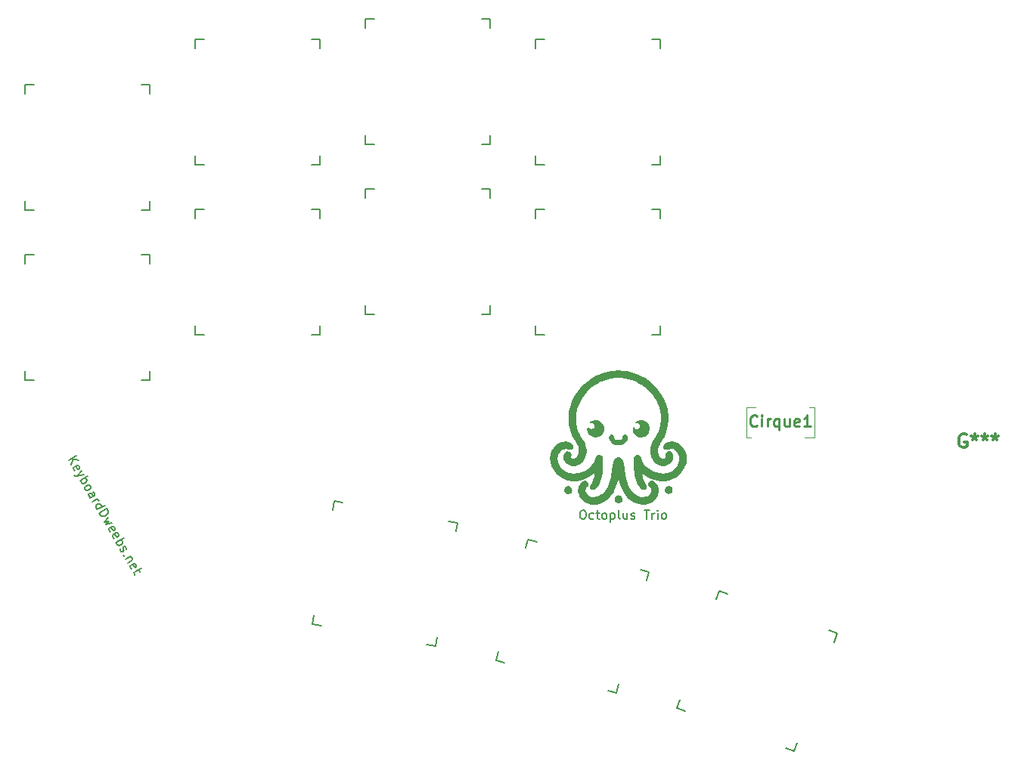
<source format=gbr>
%TF.GenerationSoftware,KiCad,Pcbnew,7.0.1*%
%TF.CreationDate,2024-01-26T17:48:26-05:00*%
%TF.ProjectId,OctoPlus Trio,4f63746f-506c-4757-9320-5472696f2e6b,rev?*%
%TF.SameCoordinates,Original*%
%TF.FileFunction,Legend,Top*%
%TF.FilePolarity,Positive*%
%FSLAX46Y46*%
G04 Gerber Fmt 4.6, Leading zero omitted, Abs format (unit mm)*
G04 Created by KiCad (PCBNEW 7.0.1) date 2024-01-26 17:48:26*
%MOMM*%
%LPD*%
G01*
G04 APERTURE LIST*
%ADD10C,0.150000*%
%ADD11C,0.254000*%
%ADD12C,0.300000*%
%ADD13C,0.100000*%
G04 APERTURE END LIST*
D10*
X107595032Y-122455006D02*
X108461058Y-121955006D01*
X107880746Y-122949877D02*
X108161332Y-122293009D01*
X108746772Y-122449877D02*
X107966186Y-122240720D01*
X108326748Y-123627136D02*
X108237889Y-123568467D01*
X108237889Y-123568467D02*
X108142651Y-123403510D01*
X108142651Y-123403510D02*
X108136271Y-123297221D01*
X108136271Y-123297221D02*
X108194941Y-123208363D01*
X108194941Y-123208363D02*
X108524855Y-123017887D01*
X108524855Y-123017887D02*
X108631143Y-123011507D01*
X108631143Y-123011507D02*
X108720001Y-123070176D01*
X108720001Y-123070176D02*
X108815240Y-123235133D01*
X108815240Y-123235133D02*
X108821619Y-123341422D01*
X108821619Y-123341422D02*
X108762950Y-123430280D01*
X108762950Y-123430280D02*
X108680472Y-123477899D01*
X108680472Y-123477899D02*
X108359898Y-123113125D01*
X109053335Y-123647527D02*
X108595032Y-124187056D01*
X109291430Y-124059920D02*
X108595032Y-124187056D01*
X108595032Y-124187056D02*
X108341217Y-124223625D01*
X108341217Y-124223625D02*
X108276168Y-124206196D01*
X108276168Y-124206196D02*
X108187309Y-124147527D01*
X108904556Y-124723168D02*
X109770582Y-124223168D01*
X109440667Y-124413644D02*
X109529525Y-124472313D01*
X109529525Y-124472313D02*
X109624764Y-124637270D01*
X109624764Y-124637270D02*
X109631143Y-124743558D01*
X109631143Y-124743558D02*
X109613714Y-124808607D01*
X109613714Y-124808607D02*
X109555044Y-124897465D01*
X109555044Y-124897465D02*
X109307609Y-125040323D01*
X109307609Y-125040323D02*
X109201320Y-125046702D01*
X109201320Y-125046702D02*
X109136272Y-125029273D01*
X109136272Y-125029273D02*
X109047413Y-124970603D01*
X109047413Y-124970603D02*
X108952175Y-124805646D01*
X108952175Y-124805646D02*
X108945795Y-124699358D01*
X109428366Y-125630432D02*
X109421986Y-125524144D01*
X109421986Y-125524144D02*
X109439416Y-125459095D01*
X109439416Y-125459095D02*
X109498085Y-125370237D01*
X109498085Y-125370237D02*
X109745521Y-125227380D01*
X109745521Y-125227380D02*
X109851809Y-125221000D01*
X109851809Y-125221000D02*
X109916858Y-125238430D01*
X109916858Y-125238430D02*
X110005716Y-125297099D01*
X110005716Y-125297099D02*
X110077145Y-125420817D01*
X110077145Y-125420817D02*
X110083524Y-125527105D01*
X110083524Y-125527105D02*
X110066095Y-125592154D01*
X110066095Y-125592154D02*
X110007425Y-125681012D01*
X110007425Y-125681012D02*
X109759990Y-125823869D01*
X109759990Y-125823869D02*
X109653701Y-125830249D01*
X109653701Y-125830249D02*
X109588653Y-125812819D01*
X109588653Y-125812819D02*
X109499794Y-125754150D01*
X109499794Y-125754150D02*
X109428366Y-125630432D01*
X110023604Y-126661415D02*
X110477236Y-126399510D01*
X110477236Y-126399510D02*
X110535905Y-126310652D01*
X110535905Y-126310652D02*
X110529526Y-126204364D01*
X110529526Y-126204364D02*
X110434287Y-126039407D01*
X110434287Y-126039407D02*
X110345429Y-125980738D01*
X110064843Y-126637606D02*
X109975985Y-126578937D01*
X109975985Y-126578937D02*
X109856937Y-126372740D01*
X109856937Y-126372740D02*
X109850557Y-126266452D01*
X109850557Y-126266452D02*
X109909227Y-126177594D01*
X109909227Y-126177594D02*
X109991705Y-126129974D01*
X109991705Y-126129974D02*
X110097993Y-126123595D01*
X110097993Y-126123595D02*
X110186852Y-126182264D01*
X110186852Y-126182264D02*
X110305899Y-126388460D01*
X110305899Y-126388460D02*
X110394758Y-126447129D01*
X110261699Y-127073808D02*
X110839049Y-126740475D01*
X110674092Y-126835713D02*
X110780380Y-126829333D01*
X110780380Y-126829333D02*
X110845429Y-126846763D01*
X110845429Y-126846763D02*
X110934287Y-126905432D01*
X110934287Y-126905432D02*
X110981907Y-126987911D01*
X110785509Y-127981073D02*
X111651534Y-127481073D01*
X110826748Y-127957264D02*
X110737890Y-127898595D01*
X110737890Y-127898595D02*
X110642652Y-127733637D01*
X110642652Y-127733637D02*
X110636272Y-127627349D01*
X110636272Y-127627349D02*
X110653702Y-127562301D01*
X110653702Y-127562301D02*
X110712371Y-127473442D01*
X110712371Y-127473442D02*
X110959807Y-127330585D01*
X110959807Y-127330585D02*
X111066095Y-127324205D01*
X111066095Y-127324205D02*
X111131144Y-127341635D01*
X111131144Y-127341635D02*
X111220002Y-127400304D01*
X111220002Y-127400304D02*
X111315240Y-127565261D01*
X111315240Y-127565261D02*
X111321620Y-127671550D01*
X111023604Y-128393466D02*
X111889630Y-127893466D01*
X111889630Y-127893466D02*
X112008677Y-128099663D01*
X112008677Y-128099663D02*
X112038866Y-128247190D01*
X112038866Y-128247190D02*
X112004007Y-128377288D01*
X112004007Y-128377288D02*
X111945338Y-128466146D01*
X111945338Y-128466146D02*
X111804190Y-128602624D01*
X111804190Y-128602624D02*
X111680472Y-128674052D01*
X111680472Y-128674052D02*
X111491705Y-128728051D01*
X111491705Y-128728051D02*
X111385417Y-128734431D01*
X111385417Y-128734431D02*
X111255320Y-128699571D01*
X111255320Y-128699571D02*
X111142652Y-128599663D01*
X111142652Y-128599663D02*
X111023604Y-128393466D01*
X112053335Y-128843680D02*
X111571223Y-129341970D01*
X111571223Y-129341970D02*
X112078854Y-129268832D01*
X112078854Y-129268832D02*
X111761699Y-129671885D01*
X111761699Y-129671885D02*
X112434288Y-129503509D01*
X112279129Y-130472861D02*
X112190271Y-130414192D01*
X112190271Y-130414192D02*
X112095033Y-130249235D01*
X112095033Y-130249235D02*
X112088653Y-130142947D01*
X112088653Y-130142947D02*
X112147322Y-130054089D01*
X112147322Y-130054089D02*
X112477236Y-129863612D01*
X112477236Y-129863612D02*
X112583525Y-129857233D01*
X112583525Y-129857233D02*
X112672383Y-129915902D01*
X112672383Y-129915902D02*
X112767621Y-130080859D01*
X112767621Y-130080859D02*
X112774001Y-130187147D01*
X112774001Y-130187147D02*
X112715332Y-130276006D01*
X112715332Y-130276006D02*
X112632853Y-130323625D01*
X112632853Y-130323625D02*
X112312279Y-129958851D01*
X112707701Y-131215169D02*
X112618842Y-131156500D01*
X112618842Y-131156500D02*
X112523604Y-130991543D01*
X112523604Y-130991543D02*
X112517224Y-130885255D01*
X112517224Y-130885255D02*
X112575894Y-130796396D01*
X112575894Y-130796396D02*
X112905808Y-130605920D01*
X112905808Y-130605920D02*
X113012096Y-130599540D01*
X113012096Y-130599540D02*
X113100954Y-130658209D01*
X113100954Y-130658209D02*
X113196193Y-130823167D01*
X113196193Y-130823167D02*
X113202572Y-130929455D01*
X113202572Y-130929455D02*
X113143903Y-131018313D01*
X113143903Y-131018313D02*
X113061425Y-131065932D01*
X113061425Y-131065932D02*
X112740851Y-130701158D01*
X112904557Y-131651372D02*
X113770582Y-131151372D01*
X113440668Y-131341848D02*
X113529526Y-131400517D01*
X113529526Y-131400517D02*
X113624764Y-131565474D01*
X113624764Y-131565474D02*
X113631144Y-131671762D01*
X113631144Y-131671762D02*
X113613714Y-131736811D01*
X113613714Y-131736811D02*
X113555045Y-131825670D01*
X113555045Y-131825670D02*
X113307609Y-131968527D01*
X113307609Y-131968527D02*
X113201321Y-131974906D01*
X113201321Y-131974906D02*
X113136272Y-131957477D01*
X113136272Y-131957477D02*
X113047414Y-131898808D01*
X113047414Y-131898808D02*
X112952176Y-131733850D01*
X112952176Y-131733850D02*
X112945796Y-131627562D01*
X113374367Y-132369870D02*
X113380747Y-132476158D01*
X113380747Y-132476158D02*
X113475985Y-132641115D01*
X113475985Y-132641115D02*
X113564844Y-132699784D01*
X113564844Y-132699784D02*
X113671132Y-132693404D01*
X113671132Y-132693404D02*
X113712371Y-132669595D01*
X113712371Y-132669595D02*
X113771040Y-132580737D01*
X113771040Y-132580737D02*
X113764660Y-132474448D01*
X113764660Y-132474448D02*
X113693232Y-132350731D01*
X113693232Y-132350731D02*
X113686852Y-132244442D01*
X113686852Y-132244442D02*
X113745521Y-132155584D01*
X113745521Y-132155584D02*
X113786760Y-132131775D01*
X113786760Y-132131775D02*
X113893049Y-132125395D01*
X113893049Y-132125395D02*
X113981907Y-132184064D01*
X113981907Y-132184064D02*
X114053336Y-132307782D01*
X114053336Y-132307782D02*
X114059715Y-132414070D01*
X113844178Y-133088368D02*
X113826748Y-133153417D01*
X113826748Y-133153417D02*
X113761700Y-133135987D01*
X113761700Y-133135987D02*
X113779129Y-133070938D01*
X113779129Y-133070938D02*
X113844178Y-133088368D01*
X113844178Y-133088368D02*
X113761700Y-133135987D01*
X114577145Y-133215046D02*
X113999795Y-133548380D01*
X114494666Y-133262665D02*
X114559715Y-133280095D01*
X114559715Y-133280095D02*
X114648573Y-133338764D01*
X114648573Y-133338764D02*
X114720002Y-133462482D01*
X114720002Y-133462482D02*
X114726382Y-133568770D01*
X114726382Y-133568770D02*
X114667713Y-133657629D01*
X114667713Y-133657629D02*
X114214080Y-133919533D01*
X114683891Y-134638031D02*
X114595033Y-134579362D01*
X114595033Y-134579362D02*
X114499795Y-134414405D01*
X114499795Y-134414405D02*
X114493415Y-134308117D01*
X114493415Y-134308117D02*
X114552084Y-134219259D01*
X114552084Y-134219259D02*
X114881998Y-134028782D01*
X114881998Y-134028782D02*
X114988287Y-134022403D01*
X114988287Y-134022403D02*
X115077145Y-134081072D01*
X115077145Y-134081072D02*
X115172383Y-134246029D01*
X115172383Y-134246029D02*
X115178763Y-134352317D01*
X115178763Y-134352317D02*
X115120094Y-134441175D01*
X115120094Y-134441175D02*
X115037615Y-134488795D01*
X115037615Y-134488795D02*
X114717041Y-134124021D01*
X115386669Y-134617183D02*
X115577145Y-134947097D01*
X115746773Y-134574234D02*
X115004465Y-135002806D01*
X115004465Y-135002806D02*
X114945796Y-135091664D01*
X114945796Y-135091664D02*
X114952176Y-135197952D01*
X114952176Y-135197952D02*
X114999795Y-135280431D01*
X165088571Y-128027619D02*
X165279047Y-128027619D01*
X165279047Y-128027619D02*
X165374285Y-128075238D01*
X165374285Y-128075238D02*
X165469523Y-128170476D01*
X165469523Y-128170476D02*
X165517142Y-128360952D01*
X165517142Y-128360952D02*
X165517142Y-128694285D01*
X165517142Y-128694285D02*
X165469523Y-128884761D01*
X165469523Y-128884761D02*
X165374285Y-128980000D01*
X165374285Y-128980000D02*
X165279047Y-129027619D01*
X165279047Y-129027619D02*
X165088571Y-129027619D01*
X165088571Y-129027619D02*
X164993333Y-128980000D01*
X164993333Y-128980000D02*
X164898095Y-128884761D01*
X164898095Y-128884761D02*
X164850476Y-128694285D01*
X164850476Y-128694285D02*
X164850476Y-128360952D01*
X164850476Y-128360952D02*
X164898095Y-128170476D01*
X164898095Y-128170476D02*
X164993333Y-128075238D01*
X164993333Y-128075238D02*
X165088571Y-128027619D01*
X166374285Y-128980000D02*
X166279047Y-129027619D01*
X166279047Y-129027619D02*
X166088571Y-129027619D01*
X166088571Y-129027619D02*
X165993333Y-128980000D01*
X165993333Y-128980000D02*
X165945714Y-128932380D01*
X165945714Y-128932380D02*
X165898095Y-128837142D01*
X165898095Y-128837142D02*
X165898095Y-128551428D01*
X165898095Y-128551428D02*
X165945714Y-128456190D01*
X165945714Y-128456190D02*
X165993333Y-128408571D01*
X165993333Y-128408571D02*
X166088571Y-128360952D01*
X166088571Y-128360952D02*
X166279047Y-128360952D01*
X166279047Y-128360952D02*
X166374285Y-128408571D01*
X166660000Y-128360952D02*
X167040952Y-128360952D01*
X166802857Y-128027619D02*
X166802857Y-128884761D01*
X166802857Y-128884761D02*
X166850476Y-128980000D01*
X166850476Y-128980000D02*
X166945714Y-129027619D01*
X166945714Y-129027619D02*
X167040952Y-129027619D01*
X167517143Y-129027619D02*
X167421905Y-128980000D01*
X167421905Y-128980000D02*
X167374286Y-128932380D01*
X167374286Y-128932380D02*
X167326667Y-128837142D01*
X167326667Y-128837142D02*
X167326667Y-128551428D01*
X167326667Y-128551428D02*
X167374286Y-128456190D01*
X167374286Y-128456190D02*
X167421905Y-128408571D01*
X167421905Y-128408571D02*
X167517143Y-128360952D01*
X167517143Y-128360952D02*
X167660000Y-128360952D01*
X167660000Y-128360952D02*
X167755238Y-128408571D01*
X167755238Y-128408571D02*
X167802857Y-128456190D01*
X167802857Y-128456190D02*
X167850476Y-128551428D01*
X167850476Y-128551428D02*
X167850476Y-128837142D01*
X167850476Y-128837142D02*
X167802857Y-128932380D01*
X167802857Y-128932380D02*
X167755238Y-128980000D01*
X167755238Y-128980000D02*
X167660000Y-129027619D01*
X167660000Y-129027619D02*
X167517143Y-129027619D01*
X168279048Y-128360952D02*
X168279048Y-129360952D01*
X168279048Y-128408571D02*
X168374286Y-128360952D01*
X168374286Y-128360952D02*
X168564762Y-128360952D01*
X168564762Y-128360952D02*
X168660000Y-128408571D01*
X168660000Y-128408571D02*
X168707619Y-128456190D01*
X168707619Y-128456190D02*
X168755238Y-128551428D01*
X168755238Y-128551428D02*
X168755238Y-128837142D01*
X168755238Y-128837142D02*
X168707619Y-128932380D01*
X168707619Y-128932380D02*
X168660000Y-128980000D01*
X168660000Y-128980000D02*
X168564762Y-129027619D01*
X168564762Y-129027619D02*
X168374286Y-129027619D01*
X168374286Y-129027619D02*
X168279048Y-128980000D01*
X169326667Y-129027619D02*
X169231429Y-128980000D01*
X169231429Y-128980000D02*
X169183810Y-128884761D01*
X169183810Y-128884761D02*
X169183810Y-128027619D01*
X170136191Y-128360952D02*
X170136191Y-129027619D01*
X169707620Y-128360952D02*
X169707620Y-128884761D01*
X169707620Y-128884761D02*
X169755239Y-128980000D01*
X169755239Y-128980000D02*
X169850477Y-129027619D01*
X169850477Y-129027619D02*
X169993334Y-129027619D01*
X169993334Y-129027619D02*
X170088572Y-128980000D01*
X170088572Y-128980000D02*
X170136191Y-128932380D01*
X170564763Y-128980000D02*
X170660001Y-129027619D01*
X170660001Y-129027619D02*
X170850477Y-129027619D01*
X170850477Y-129027619D02*
X170945715Y-128980000D01*
X170945715Y-128980000D02*
X170993334Y-128884761D01*
X170993334Y-128884761D02*
X170993334Y-128837142D01*
X170993334Y-128837142D02*
X170945715Y-128741904D01*
X170945715Y-128741904D02*
X170850477Y-128694285D01*
X170850477Y-128694285D02*
X170707620Y-128694285D01*
X170707620Y-128694285D02*
X170612382Y-128646666D01*
X170612382Y-128646666D02*
X170564763Y-128551428D01*
X170564763Y-128551428D02*
X170564763Y-128503809D01*
X170564763Y-128503809D02*
X170612382Y-128408571D01*
X170612382Y-128408571D02*
X170707620Y-128360952D01*
X170707620Y-128360952D02*
X170850477Y-128360952D01*
X170850477Y-128360952D02*
X170945715Y-128408571D01*
X172040954Y-128027619D02*
X172612382Y-128027619D01*
X172326668Y-129027619D02*
X172326668Y-128027619D01*
X172945716Y-129027619D02*
X172945716Y-128360952D01*
X172945716Y-128551428D02*
X172993335Y-128456190D01*
X172993335Y-128456190D02*
X173040954Y-128408571D01*
X173040954Y-128408571D02*
X173136192Y-128360952D01*
X173136192Y-128360952D02*
X173231430Y-128360952D01*
X173564764Y-129027619D02*
X173564764Y-128360952D01*
X173564764Y-128027619D02*
X173517145Y-128075238D01*
X173517145Y-128075238D02*
X173564764Y-128122857D01*
X173564764Y-128122857D02*
X173612383Y-128075238D01*
X173612383Y-128075238D02*
X173564764Y-128027619D01*
X173564764Y-128027619D02*
X173564764Y-128122857D01*
X174183811Y-129027619D02*
X174088573Y-128980000D01*
X174088573Y-128980000D02*
X174040954Y-128932380D01*
X174040954Y-128932380D02*
X173993335Y-128837142D01*
X173993335Y-128837142D02*
X173993335Y-128551428D01*
X173993335Y-128551428D02*
X174040954Y-128456190D01*
X174040954Y-128456190D02*
X174088573Y-128408571D01*
X174088573Y-128408571D02*
X174183811Y-128360952D01*
X174183811Y-128360952D02*
X174326668Y-128360952D01*
X174326668Y-128360952D02*
X174421906Y-128408571D01*
X174421906Y-128408571D02*
X174469525Y-128456190D01*
X174469525Y-128456190D02*
X174517144Y-128551428D01*
X174517144Y-128551428D02*
X174517144Y-128837142D01*
X174517144Y-128837142D02*
X174469525Y-128932380D01*
X174469525Y-128932380D02*
X174421906Y-128980000D01*
X174421906Y-128980000D02*
X174326668Y-129027619D01*
X174326668Y-129027619D02*
X174183811Y-129027619D01*
D11*
%TO.C,Cirque1*%
X184679524Y-118546573D02*
X184619048Y-118607050D01*
X184619048Y-118607050D02*
X184437619Y-118667526D01*
X184437619Y-118667526D02*
X184316667Y-118667526D01*
X184316667Y-118667526D02*
X184135238Y-118607050D01*
X184135238Y-118607050D02*
X184014286Y-118486097D01*
X184014286Y-118486097D02*
X183953809Y-118365145D01*
X183953809Y-118365145D02*
X183893333Y-118123240D01*
X183893333Y-118123240D02*
X183893333Y-117941811D01*
X183893333Y-117941811D02*
X183953809Y-117699907D01*
X183953809Y-117699907D02*
X184014286Y-117578954D01*
X184014286Y-117578954D02*
X184135238Y-117458002D01*
X184135238Y-117458002D02*
X184316667Y-117397526D01*
X184316667Y-117397526D02*
X184437619Y-117397526D01*
X184437619Y-117397526D02*
X184619048Y-117458002D01*
X184619048Y-117458002D02*
X184679524Y-117518478D01*
X185223809Y-118667526D02*
X185223809Y-117820859D01*
X185223809Y-117397526D02*
X185163333Y-117458002D01*
X185163333Y-117458002D02*
X185223809Y-117518478D01*
X185223809Y-117518478D02*
X185284286Y-117458002D01*
X185284286Y-117458002D02*
X185223809Y-117397526D01*
X185223809Y-117397526D02*
X185223809Y-117518478D01*
X185828571Y-118667526D02*
X185828571Y-117820859D01*
X185828571Y-118062764D02*
X185889048Y-117941811D01*
X185889048Y-117941811D02*
X185949524Y-117881335D01*
X185949524Y-117881335D02*
X186070476Y-117820859D01*
X186070476Y-117820859D02*
X186191429Y-117820859D01*
X187159047Y-117820859D02*
X187159047Y-119090859D01*
X187159047Y-118607050D02*
X187038095Y-118667526D01*
X187038095Y-118667526D02*
X186796190Y-118667526D01*
X186796190Y-118667526D02*
X186675238Y-118607050D01*
X186675238Y-118607050D02*
X186614761Y-118546573D01*
X186614761Y-118546573D02*
X186554285Y-118425621D01*
X186554285Y-118425621D02*
X186554285Y-118062764D01*
X186554285Y-118062764D02*
X186614761Y-117941811D01*
X186614761Y-117941811D02*
X186675238Y-117881335D01*
X186675238Y-117881335D02*
X186796190Y-117820859D01*
X186796190Y-117820859D02*
X187038095Y-117820859D01*
X187038095Y-117820859D02*
X187159047Y-117881335D01*
X188308095Y-117820859D02*
X188308095Y-118667526D01*
X187763809Y-117820859D02*
X187763809Y-118486097D01*
X187763809Y-118486097D02*
X187824286Y-118607050D01*
X187824286Y-118607050D02*
X187945238Y-118667526D01*
X187945238Y-118667526D02*
X188126667Y-118667526D01*
X188126667Y-118667526D02*
X188247619Y-118607050D01*
X188247619Y-118607050D02*
X188308095Y-118546573D01*
X189396667Y-118607050D02*
X189275715Y-118667526D01*
X189275715Y-118667526D02*
X189033810Y-118667526D01*
X189033810Y-118667526D02*
X188912857Y-118607050D01*
X188912857Y-118607050D02*
X188852381Y-118486097D01*
X188852381Y-118486097D02*
X188852381Y-118002288D01*
X188852381Y-118002288D02*
X188912857Y-117881335D01*
X188912857Y-117881335D02*
X189033810Y-117820859D01*
X189033810Y-117820859D02*
X189275715Y-117820859D01*
X189275715Y-117820859D02*
X189396667Y-117881335D01*
X189396667Y-117881335D02*
X189457143Y-118002288D01*
X189457143Y-118002288D02*
X189457143Y-118123240D01*
X189457143Y-118123240D02*
X188852381Y-118244192D01*
X190666667Y-118667526D02*
X189940952Y-118667526D01*
X190303809Y-118667526D02*
X190303809Y-117397526D01*
X190303809Y-117397526D02*
X190182857Y-117578954D01*
X190182857Y-117578954D02*
X190061905Y-117699907D01*
X190061905Y-117699907D02*
X189940952Y-117760383D01*
D12*
%TO.C,G\u002A\u002A\u002A*%
X208098572Y-119585357D02*
X207955715Y-119513928D01*
X207955715Y-119513928D02*
X207741429Y-119513928D01*
X207741429Y-119513928D02*
X207527143Y-119585357D01*
X207527143Y-119585357D02*
X207384286Y-119728214D01*
X207384286Y-119728214D02*
X207312857Y-119871071D01*
X207312857Y-119871071D02*
X207241429Y-120156785D01*
X207241429Y-120156785D02*
X207241429Y-120371071D01*
X207241429Y-120371071D02*
X207312857Y-120656785D01*
X207312857Y-120656785D02*
X207384286Y-120799642D01*
X207384286Y-120799642D02*
X207527143Y-120942500D01*
X207527143Y-120942500D02*
X207741429Y-121013928D01*
X207741429Y-121013928D02*
X207884286Y-121013928D01*
X207884286Y-121013928D02*
X208098572Y-120942500D01*
X208098572Y-120942500D02*
X208170000Y-120871071D01*
X208170000Y-120871071D02*
X208170000Y-120371071D01*
X208170000Y-120371071D02*
X207884286Y-120371071D01*
X209027143Y-119513928D02*
X209027143Y-119871071D01*
X208670000Y-119728214D02*
X209027143Y-119871071D01*
X209027143Y-119871071D02*
X209384286Y-119728214D01*
X208812857Y-120156785D02*
X209027143Y-119871071D01*
X209027143Y-119871071D02*
X209241429Y-120156785D01*
X210170000Y-119513928D02*
X210170000Y-119871071D01*
X209812857Y-119728214D02*
X210170000Y-119871071D01*
X210170000Y-119871071D02*
X210527143Y-119728214D01*
X209955714Y-120156785D02*
X210170000Y-119871071D01*
X210170000Y-119871071D02*
X210384286Y-120156785D01*
X211312857Y-119513928D02*
X211312857Y-119871071D01*
X210955714Y-119728214D02*
X211312857Y-119871071D01*
X211312857Y-119871071D02*
X211670000Y-119728214D01*
X211098571Y-120156785D02*
X211312857Y-119871071D01*
X211312857Y-119871071D02*
X211527143Y-120156785D01*
D10*
%TO.C,SW2*%
X121778000Y-76296000D02*
X121778000Y-75296000D01*
X121778000Y-89296000D02*
X121778000Y-88296000D01*
X121778000Y-89296000D02*
X122778000Y-89296000D01*
X122778000Y-75296000D02*
X121778000Y-75296000D01*
X134778000Y-89296000D02*
X135778000Y-89296000D01*
X135778000Y-75296000D02*
X134778000Y-75296000D01*
X135778000Y-75296000D02*
X135778000Y-76296000D01*
X135778000Y-88296000D02*
X135778000Y-89296000D01*
%TO.C,SW7*%
X140828000Y-93060000D02*
X140828000Y-92060000D01*
X140828000Y-106060000D02*
X140828000Y-105060000D01*
X140828000Y-106060000D02*
X141828000Y-106060000D01*
X141828000Y-92060000D02*
X140828000Y-92060000D01*
X153828000Y-106060000D02*
X154828000Y-106060000D01*
X154828000Y-92060000D02*
X153828000Y-92060000D01*
X154828000Y-92060000D02*
X154828000Y-93060000D01*
X154828000Y-105060000D02*
X154828000Y-106060000D01*
%TO.C,SW11*%
X180132273Y-138017703D02*
X180474293Y-137078011D01*
X175686011Y-150233707D02*
X176028031Y-149294015D01*
X175686011Y-150233707D02*
X176625703Y-150575727D01*
X181413985Y-137420031D02*
X180474293Y-137078011D01*
X187902015Y-154679969D02*
X188841707Y-155021989D01*
X193629989Y-141866293D02*
X192690297Y-141524273D01*
X193629989Y-141866293D02*
X193287969Y-142805985D01*
X189183727Y-154082297D02*
X188841707Y-155021989D01*
%TO.C,SW4*%
X159878000Y-76296000D02*
X159878000Y-75296000D01*
X159878000Y-89296000D02*
X159878000Y-88296000D01*
X159878000Y-89296000D02*
X160878000Y-89296000D01*
X160878000Y-75296000D02*
X159878000Y-75296000D01*
X172878000Y-89296000D02*
X173878000Y-89296000D01*
X173878000Y-75296000D02*
X172878000Y-75296000D01*
X173878000Y-75296000D02*
X173878000Y-76296000D01*
X173878000Y-88296000D02*
X173878000Y-89296000D01*
D13*
%TO.C,Cirque1*%
X183480000Y-116480000D02*
X183480000Y-119880000D01*
X183480000Y-119880000D02*
X184030000Y-119880000D01*
X184530000Y-116480000D02*
X183480000Y-116480000D01*
X190530000Y-116480000D02*
X191080000Y-116480000D01*
X191080000Y-116480000D02*
X191080000Y-119880000D01*
X191080000Y-119880000D02*
X190030000Y-119880000D01*
D10*
%TO.C,SW9*%
X137150235Y-128003616D02*
X137323883Y-127018808D01*
X134892808Y-140806117D02*
X135066457Y-139821309D01*
X134892808Y-140806117D02*
X135877616Y-140979765D01*
X138308691Y-127192457D02*
X137323883Y-127018808D01*
X147695309Y-143063543D02*
X148680117Y-143237192D01*
X151111192Y-129449883D02*
X150126384Y-129276235D01*
X151111192Y-129449883D02*
X150937543Y-130434691D01*
X148853765Y-142252384D02*
X148680117Y-143237192D01*
%TO.C,SW10*%
X158794533Y-132301912D02*
X159053353Y-131335986D01*
X155429886Y-144858947D02*
X155688705Y-143893022D01*
X155429886Y-144858947D02*
X156395812Y-145117767D01*
X160019278Y-131594805D02*
X159053353Y-131335986D01*
X167986922Y-148223595D02*
X168952847Y-148482414D01*
X172576314Y-134959453D02*
X171610388Y-134700633D01*
X172576314Y-134959453D02*
X172317495Y-135925378D01*
X169211667Y-147516488D02*
X168952847Y-148482414D01*
%TO.C,SW5*%
X102728000Y-100426000D02*
X102728000Y-99426000D01*
X102728000Y-113426000D02*
X102728000Y-112426000D01*
X102728000Y-113426000D02*
X103728000Y-113426000D01*
X103728000Y-99426000D02*
X102728000Y-99426000D01*
X115728000Y-113426000D02*
X116728000Y-113426000D01*
X116728000Y-99426000D02*
X115728000Y-99426000D01*
X116728000Y-99426000D02*
X116728000Y-100426000D01*
X116728000Y-112426000D02*
X116728000Y-113426000D01*
%TO.C,G\u002A\u002A\u002A*%
G36*
X163687150Y-125349417D02*
G01*
X163790830Y-125406934D01*
X163878464Y-125493549D01*
X163932685Y-125582760D01*
X163971635Y-125706023D01*
X163975354Y-125826490D01*
X163947633Y-125939251D01*
X163892260Y-126039398D01*
X163813026Y-126122020D01*
X163713719Y-126182209D01*
X163598128Y-126215054D01*
X163470045Y-126215648D01*
X163446903Y-126212118D01*
X163326601Y-126172505D01*
X163227289Y-126102348D01*
X163153076Y-126006348D01*
X163108073Y-125889205D01*
X163096874Y-125811873D01*
X163101689Y-125680266D01*
X163136365Y-125569556D01*
X163203649Y-125472498D01*
X163239058Y-125437025D01*
X163343378Y-125364801D01*
X163457070Y-125327016D01*
X163573779Y-125322333D01*
X163687150Y-125349417D01*
G37*
G36*
X174899242Y-125333293D02*
G01*
X175009359Y-125382924D01*
X175065290Y-125424205D01*
X175150710Y-125519765D01*
X175205076Y-125628870D01*
X175229103Y-125744990D01*
X175223504Y-125861598D01*
X175188996Y-125972164D01*
X175126293Y-126070160D01*
X175036111Y-126149057D01*
X174982692Y-126178496D01*
X174893808Y-126204733D01*
X174789645Y-126213544D01*
X174688270Y-126204558D01*
X174624787Y-126185851D01*
X174506546Y-126116342D01*
X174420485Y-126025090D01*
X174367423Y-125913321D01*
X174348178Y-125782261D01*
X174348121Y-125771688D01*
X174365250Y-125643308D01*
X174411975Y-125532455D01*
X174482860Y-125441762D01*
X174572467Y-125373865D01*
X174675358Y-125331398D01*
X174786096Y-125316996D01*
X174899242Y-125333293D01*
G37*
G36*
X169273894Y-126388064D02*
G01*
X169385467Y-126438400D01*
X169485219Y-126522632D01*
X169486200Y-126523717D01*
X169556080Y-126627887D01*
X169593201Y-126743663D01*
X169598037Y-126863491D01*
X169571061Y-126979818D01*
X169512747Y-127085093D01*
X169446668Y-127153969D01*
X169398114Y-127186050D01*
X169333451Y-127218765D01*
X169265347Y-127246847D01*
X169206473Y-127265027D01*
X169171338Y-127268474D01*
X169146948Y-127263701D01*
X169098698Y-127254220D01*
X169075907Y-127249736D01*
X168955405Y-127208372D01*
X168857753Y-127139939D01*
X168784938Y-127050408D01*
X168738945Y-126945748D01*
X168721759Y-126831931D01*
X168735367Y-126714927D01*
X168781753Y-126600707D01*
X168835008Y-126525352D01*
X168931057Y-126440266D01*
X169040409Y-126389012D01*
X169156781Y-126371606D01*
X169273894Y-126388064D01*
G37*
G36*
X168480163Y-119566584D02*
G01*
X168543869Y-119593841D01*
X168613561Y-119646193D01*
X168659717Y-119715506D01*
X168687164Y-119810232D01*
X168693905Y-119856432D01*
X168724720Y-119969143D01*
X168786870Y-120060071D01*
X168878325Y-120127772D01*
X168997052Y-120170802D01*
X169141020Y-120187717D01*
X169160231Y-120187923D01*
X169309530Y-120173846D01*
X169433232Y-120131206D01*
X169533048Y-120059391D01*
X169540767Y-120051632D01*
X169581976Y-120001331D01*
X169606480Y-119946543D01*
X169621669Y-119870420D01*
X169622330Y-119865655D01*
X169646038Y-119751050D01*
X169683249Y-119667451D01*
X169737399Y-119608109D01*
X169761987Y-119591209D01*
X169851983Y-119557536D01*
X169947412Y-119557523D01*
X170039256Y-119588522D01*
X170118495Y-119647887D01*
X170164123Y-119709247D01*
X170196939Y-119802692D01*
X170205967Y-119916318D01*
X170191804Y-120039770D01*
X170155043Y-120162691D01*
X170135550Y-120206544D01*
X170068239Y-120317301D01*
X169977381Y-120430342D01*
X169875022Y-120532168D01*
X169780038Y-120604985D01*
X169652873Y-120670352D01*
X169501752Y-120722827D01*
X169339543Y-120759651D01*
X169179112Y-120778062D01*
X169033326Y-120775302D01*
X169003923Y-120771491D01*
X168809262Y-120724529D01*
X168628764Y-120647693D01*
X168467596Y-120544428D01*
X168330925Y-120418179D01*
X168223916Y-120272390D01*
X168205412Y-120239074D01*
X168148286Y-120103349D01*
X168116218Y-119965905D01*
X168111555Y-119838149D01*
X168115800Y-119803720D01*
X168149733Y-119703568D01*
X168210010Y-119626409D01*
X168289757Y-119575611D01*
X168382099Y-119554546D01*
X168480163Y-119566584D01*
G37*
G36*
X166769742Y-117965731D02*
G01*
X166897359Y-117992938D01*
X166942207Y-118008507D01*
X167115531Y-118098178D01*
X167264803Y-118216914D01*
X167387051Y-118361007D01*
X167479303Y-118526748D01*
X167538588Y-118710426D01*
X167549114Y-118766045D01*
X167560852Y-118952071D01*
X167537698Y-119130297D01*
X167483001Y-119297359D01*
X167400115Y-119449894D01*
X167292391Y-119584537D01*
X167163181Y-119697925D01*
X167015837Y-119786695D01*
X166853710Y-119847482D01*
X166680153Y-119876924D01*
X166498517Y-119871656D01*
X166454154Y-119864863D01*
X166270125Y-119813811D01*
X166104898Y-119728902D01*
X165956651Y-119609108D01*
X165905430Y-119555392D01*
X165817703Y-119441317D01*
X165747834Y-119318572D01*
X165696681Y-119192596D01*
X165665103Y-119068826D01*
X165653957Y-118952701D01*
X165664101Y-118849658D01*
X165696395Y-118765137D01*
X165751695Y-118704575D01*
X165769447Y-118693691D01*
X165799895Y-118683386D01*
X165818933Y-118700191D01*
X165830306Y-118726637D01*
X165873760Y-118800527D01*
X165940073Y-118868162D01*
X166015457Y-118916748D01*
X166048334Y-118928901D01*
X166158816Y-118939686D01*
X166266447Y-118915910D01*
X166361856Y-118861254D01*
X166435671Y-118779397D01*
X166437825Y-118775960D01*
X166473506Y-118684319D01*
X166480793Y-118580827D01*
X166459751Y-118480412D01*
X166436359Y-118432283D01*
X166368410Y-118354041D01*
X166280847Y-118299185D01*
X166183600Y-118271364D01*
X166086601Y-118274228D01*
X166042830Y-118287663D01*
X165979110Y-118307020D01*
X165941573Y-118299659D01*
X165927041Y-118264654D01*
X165926615Y-118253724D01*
X165944763Y-118204458D01*
X165995303Y-118150903D01*
X166072380Y-118096785D01*
X166170140Y-118045827D01*
X166282729Y-118001754D01*
X166357856Y-117979403D01*
X166484838Y-117958209D01*
X166627184Y-117953904D01*
X166769742Y-117965731D01*
G37*
G36*
X171834818Y-117956179D02*
G01*
X171924025Y-117968290D01*
X172098575Y-118025088D01*
X172260944Y-118115763D01*
X172404216Y-118235467D01*
X172521473Y-118379356D01*
X172530337Y-118393047D01*
X172608875Y-118551854D01*
X172656031Y-118726095D01*
X172671801Y-118908031D01*
X172656182Y-119089921D01*
X172609168Y-119264023D01*
X172530879Y-119422405D01*
X172415763Y-119570334D01*
X172277222Y-119692308D01*
X172120641Y-119786041D01*
X171951402Y-119849249D01*
X171774890Y-119879646D01*
X171596488Y-119874949D01*
X171504846Y-119857899D01*
X171338189Y-119802482D01*
X171192449Y-119720428D01*
X171057086Y-119605713D01*
X171048581Y-119597171D01*
X170917492Y-119440827D01*
X170824411Y-119276115D01*
X170769442Y-119103271D01*
X170752615Y-118934036D01*
X170756695Y-118865181D01*
X170773468Y-118815699D01*
X170809734Y-118766331D01*
X170813255Y-118762295D01*
X170852557Y-118721378D01*
X170882859Y-118696610D01*
X170891146Y-118693231D01*
X170909279Y-118709439D01*
X170931678Y-118749343D01*
X170935601Y-118758335D01*
X170989371Y-118839714D01*
X171068363Y-118900167D01*
X171162156Y-118934760D01*
X171260332Y-118938564D01*
X171298812Y-118930264D01*
X171403657Y-118881584D01*
X171484277Y-118808613D01*
X171535884Y-118717269D01*
X171553692Y-118615419D01*
X171535697Y-118501471D01*
X171484138Y-118404262D01*
X171402654Y-118328576D01*
X171298757Y-118280334D01*
X171231900Y-118267260D01*
X171169323Y-118275124D01*
X171142743Y-118283135D01*
X171085318Y-118297805D01*
X171051604Y-118294024D01*
X171041728Y-118286774D01*
X171029681Y-118250983D01*
X171049873Y-118205463D01*
X171097919Y-118154111D01*
X171169432Y-118100820D01*
X171260027Y-118049488D01*
X171356250Y-118007419D01*
X171456148Y-117979894D01*
X171579235Y-117961488D01*
X171710472Y-117953238D01*
X171834818Y-117956179D01*
G37*
G36*
X175273097Y-120357971D02*
G01*
X175489051Y-120397467D01*
X175662632Y-120451909D01*
X175800490Y-120516896D01*
X175948058Y-120609823D01*
X176097190Y-120723870D01*
X176239735Y-120852222D01*
X176367545Y-120988059D01*
X176472470Y-121124565D01*
X176479782Y-121135538D01*
X176613972Y-121374453D01*
X176713700Y-121629127D01*
X176778637Y-121896297D01*
X176808456Y-122172699D01*
X176802828Y-122455072D01*
X176761426Y-122740151D01*
X176683921Y-123024675D01*
X176672882Y-123056635D01*
X176560718Y-123319793D01*
X176413842Y-123570844D01*
X176230868Y-123811912D01*
X176058238Y-123998334D01*
X175836265Y-124197093D01*
X175596765Y-124366906D01*
X175335892Y-124509850D01*
X175049800Y-124628004D01*
X174734642Y-124723444D01*
X174699384Y-124732312D01*
X174629075Y-124748606D01*
X174563901Y-124760598D01*
X174495772Y-124768940D01*
X174416599Y-124774284D01*
X174318289Y-124777284D01*
X174192754Y-124778592D01*
X174123000Y-124778806D01*
X173978854Y-124778442D01*
X173864797Y-124776361D01*
X173771853Y-124771891D01*
X173691046Y-124764363D01*
X173613403Y-124753107D01*
X173529949Y-124737453D01*
X173507538Y-124732860D01*
X173158657Y-124642752D01*
X172821646Y-124520495D01*
X172501612Y-124368476D01*
X172203659Y-124189085D01*
X171964000Y-124010655D01*
X171899961Y-123959228D01*
X171854235Y-123927926D01*
X171825526Y-123919522D01*
X171812537Y-123936791D01*
X171813972Y-123982508D01*
X171828535Y-124059447D01*
X171854929Y-124170382D01*
X171866900Y-124218467D01*
X171920303Y-124408860D01*
X171985192Y-124602736D01*
X172057563Y-124789820D01*
X172133410Y-124959837D01*
X172208726Y-125102513D01*
X172216895Y-125116244D01*
X172279896Y-125225893D01*
X172321097Y-125312234D01*
X172342799Y-125382720D01*
X172347301Y-125444804D01*
X172337025Y-125505490D01*
X172290751Y-125609419D01*
X172218355Y-125689259D01*
X172126583Y-125742053D01*
X172022184Y-125764843D01*
X171911904Y-125754673D01*
X171834004Y-125725954D01*
X171744893Y-125667509D01*
X171647594Y-125578803D01*
X171547523Y-125466207D01*
X171450093Y-125336093D01*
X171360719Y-125194832D01*
X171320681Y-125121888D01*
X171225013Y-124914640D01*
X171136385Y-124676365D01*
X171057150Y-124414833D01*
X170989660Y-124137812D01*
X170936267Y-123853070D01*
X170935999Y-123851384D01*
X170927294Y-123778201D01*
X170919292Y-123675799D01*
X170912080Y-123549496D01*
X170905742Y-123404613D01*
X170900365Y-123246469D01*
X170896033Y-123080384D01*
X170892833Y-122911677D01*
X170890849Y-122745668D01*
X170890168Y-122587676D01*
X170890875Y-122443022D01*
X170893056Y-122317024D01*
X170896796Y-122215002D01*
X170902180Y-122142277D01*
X170907966Y-122107952D01*
X170951850Y-122017726D01*
X171022338Y-121933687D01*
X171107597Y-121869066D01*
X171133448Y-121855823D01*
X171247398Y-121823188D01*
X171358939Y-121827034D01*
X171464229Y-121864790D01*
X171559427Y-121933888D01*
X171640690Y-122031756D01*
X171704176Y-122155825D01*
X171736560Y-122259264D01*
X171801587Y-122469279D01*
X171893467Y-122666986D01*
X172015311Y-122857426D01*
X172170228Y-123045637D01*
X172310079Y-123188448D01*
X172554058Y-123395703D01*
X172820114Y-123571764D01*
X173104748Y-123714900D01*
X173404456Y-123823381D01*
X173715738Y-123895473D01*
X173751769Y-123901299D01*
X173897873Y-123917638D01*
X174059636Y-123925257D01*
X174225844Y-123924438D01*
X174385279Y-123915468D01*
X174526726Y-123898631D01*
X174621231Y-123879206D01*
X174866505Y-123795649D01*
X175099599Y-123679706D01*
X175313072Y-123535610D01*
X175473309Y-123394386D01*
X175641254Y-123202033D01*
X175775570Y-122995828D01*
X175875277Y-122778748D01*
X175939395Y-122553769D01*
X175966944Y-122323870D01*
X175956945Y-122092027D01*
X175938516Y-121980908D01*
X175884180Y-121800440D01*
X175801102Y-121635420D01*
X175693370Y-121489753D01*
X175565069Y-121367345D01*
X175420288Y-121272102D01*
X175263112Y-121207930D01*
X175099328Y-121178842D01*
X175026009Y-121176189D01*
X174963245Y-121180406D01*
X174897416Y-121193750D01*
X174814902Y-121218478D01*
X174770284Y-121233383D01*
X174642923Y-121271140D01*
X174541044Y-121287476D01*
X174457352Y-121282243D01*
X174384550Y-121255297D01*
X174337867Y-121224744D01*
X174255597Y-121140321D01*
X174207247Y-121042030D01*
X174192687Y-120935173D01*
X174211787Y-120825053D01*
X174264416Y-120716972D01*
X174350445Y-120616234D01*
X174352872Y-120613993D01*
X174500724Y-120504169D01*
X174671148Y-120423100D01*
X174859669Y-120371342D01*
X175061811Y-120349448D01*
X175273097Y-120357971D01*
G37*
G36*
X163367651Y-120352643D02*
G01*
X163562669Y-120393220D01*
X163747485Y-120467958D01*
X163806692Y-120501007D01*
X163930870Y-120585471D01*
X164021514Y-120670770D01*
X164083932Y-120762025D01*
X164090212Y-120774514D01*
X164122769Y-120882282D01*
X164120747Y-120989998D01*
X164087818Y-121090774D01*
X164027650Y-121177721D01*
X163943915Y-121243948D01*
X163840282Y-121282566D01*
X163817541Y-121286364D01*
X163762870Y-121287646D01*
X163695092Y-121276614D01*
X163605312Y-121251503D01*
X163549717Y-121233227D01*
X163457783Y-121203297D01*
X163388813Y-121185409D01*
X163329351Y-121177447D01*
X163265937Y-121177296D01*
X163214382Y-121180523D01*
X163050417Y-121211924D01*
X162894512Y-121278375D01*
X162750655Y-121376059D01*
X162622837Y-121501162D01*
X162515046Y-121649868D01*
X162431271Y-121818363D01*
X162381184Y-121977415D01*
X162355962Y-122149269D01*
X162354426Y-122338884D01*
X162375455Y-122533828D01*
X162417926Y-122721670D01*
X162459033Y-122840359D01*
X162559167Y-123038643D01*
X162692597Y-123228180D01*
X162853679Y-123403485D01*
X163036768Y-123559074D01*
X163236221Y-123689463D01*
X163428150Y-123781982D01*
X163633139Y-123853248D01*
X163834938Y-123899201D01*
X164045836Y-123921862D01*
X164278124Y-123923252D01*
X164285384Y-123922992D01*
X164400891Y-123916905D01*
X164515728Y-123907657D01*
X164617819Y-123896422D01*
X164695091Y-123884372D01*
X164705461Y-123882200D01*
X164956013Y-123813983D01*
X165202025Y-123723021D01*
X165433473Y-123613709D01*
X165640333Y-123490439D01*
X165707447Y-123443051D01*
X165951003Y-123243869D01*
X166156813Y-123035365D01*
X166325176Y-122817143D01*
X166456390Y-122588808D01*
X166550753Y-122349964D01*
X166563276Y-122307846D01*
X166589972Y-122219165D01*
X166617433Y-122137019D01*
X166641350Y-122073961D01*
X166650463Y-122053846D01*
X166721071Y-121953097D01*
X166813826Y-121878681D01*
X166921466Y-121833441D01*
X167036728Y-121820215D01*
X167152349Y-121841846D01*
X167172553Y-121849625D01*
X167259967Y-121898543D01*
X167329019Y-121968222D01*
X167385710Y-122061130D01*
X167434167Y-122156337D01*
X167426225Y-122930591D01*
X167423762Y-123144428D01*
X167420760Y-123324836D01*
X167416655Y-123477463D01*
X167410878Y-123607957D01*
X167402864Y-123721965D01*
X167392044Y-123825137D01*
X167377853Y-123923119D01*
X167359724Y-124021560D01*
X167337088Y-124126108D01*
X167309381Y-124242410D01*
X167284536Y-124342320D01*
X167215944Y-124582451D01*
X167134606Y-124810564D01*
X167042700Y-125022897D01*
X166942409Y-125215690D01*
X166835913Y-125385184D01*
X166725393Y-125527616D01*
X166613028Y-125639228D01*
X166501000Y-125716258D01*
X166482468Y-125725492D01*
X166376434Y-125759351D01*
X166270656Y-125764617D01*
X166176029Y-125741413D01*
X166140008Y-125721727D01*
X166051996Y-125639976D01*
X165993686Y-125536414D01*
X165974027Y-125460551D01*
X165969472Y-125411126D01*
X165974769Y-125366718D01*
X165993140Y-125314977D01*
X166027808Y-125243549D01*
X166033560Y-125232406D01*
X166112062Y-125079821D01*
X166174881Y-124954807D01*
X166225049Y-124850633D01*
X166265599Y-124760567D01*
X166299564Y-124677878D01*
X166329978Y-124595833D01*
X166359320Y-124509381D01*
X166395504Y-124394543D01*
X166430103Y-124276327D01*
X166461109Y-124162488D01*
X166486511Y-124060785D01*
X166504299Y-123978973D01*
X166512464Y-123924810D01*
X166512769Y-123917193D01*
X166501645Y-123908454D01*
X166467196Y-123927162D01*
X166419961Y-123963928D01*
X166159313Y-124158191D01*
X165869637Y-124333602D01*
X165557733Y-124486909D01*
X165230402Y-124614859D01*
X164894443Y-124714200D01*
X164808650Y-124734465D01*
X164735527Y-124749906D01*
X164668273Y-124761354D01*
X164599086Y-124769358D01*
X164520164Y-124774464D01*
X164423703Y-124777221D01*
X164301902Y-124778175D01*
X164187692Y-124778032D01*
X164047119Y-124777319D01*
X163937904Y-124775775D01*
X163852332Y-124772669D01*
X163782685Y-124767270D01*
X163721246Y-124758846D01*
X163660296Y-124746667D01*
X163592120Y-124730002D01*
X163541979Y-124716869D01*
X163219025Y-124612811D01*
X162918746Y-124478156D01*
X162642450Y-124314033D01*
X162391446Y-124121573D01*
X162167040Y-123901907D01*
X161970542Y-123656166D01*
X161803258Y-123385480D01*
X161669324Y-123098097D01*
X161611960Y-122941261D01*
X161570486Y-122794056D01*
X161542247Y-122643365D01*
X161524589Y-122476069D01*
X161517303Y-122346923D01*
X161517464Y-122117218D01*
X161539838Y-121905965D01*
X161586811Y-121702646D01*
X161660773Y-121496746D01*
X161756834Y-121291846D01*
X161879095Y-121088475D01*
X162024068Y-120906566D01*
X162188099Y-120747529D01*
X162367528Y-120612775D01*
X162558699Y-120503716D01*
X162757954Y-120421762D01*
X162961636Y-120368324D01*
X163166088Y-120344814D01*
X163367651Y-120352643D01*
G37*
G36*
X169332448Y-122135323D02*
G01*
X169452856Y-122196109D01*
X169559719Y-122284714D01*
X169647339Y-122397439D01*
X169707548Y-122523452D01*
X169728962Y-122597943D01*
X169753377Y-122707073D01*
X169780063Y-122846583D01*
X169808294Y-123012214D01*
X169837339Y-123199707D01*
X169866470Y-123404802D01*
X169892945Y-123607154D01*
X169931133Y-123893449D01*
X169969980Y-124146475D01*
X170010819Y-124372036D01*
X170054986Y-124575935D01*
X170103817Y-124763973D01*
X170158646Y-124941955D01*
X170220808Y-125115682D01*
X170266545Y-125230936D01*
X170391283Y-125495775D01*
X170536293Y-125735225D01*
X170699429Y-125947642D01*
X170878542Y-126131383D01*
X171071487Y-126284805D01*
X171276116Y-126406265D01*
X171490282Y-126494120D01*
X171711838Y-126546726D01*
X171938638Y-126562439D01*
X172003077Y-126559987D01*
X172155525Y-126543611D01*
X172283491Y-126512709D01*
X172400129Y-126463273D01*
X172486483Y-126412658D01*
X172621122Y-126305003D01*
X172726367Y-126177026D01*
X172799526Y-126033391D01*
X172837908Y-125878759D01*
X172843231Y-125794515D01*
X172831745Y-125672658D01*
X172794386Y-125567515D01*
X172726800Y-125470166D01*
X172645671Y-125389814D01*
X172587541Y-125333534D01*
X172540210Y-125278393D01*
X172513021Y-125235406D01*
X172511648Y-125231856D01*
X172490786Y-125117393D01*
X172506892Y-125007429D01*
X172557870Y-124907476D01*
X172641627Y-124823051D01*
X172675855Y-124799691D01*
X172791253Y-124750589D01*
X172917508Y-124737017D01*
X173049080Y-124759033D01*
X173139540Y-124794744D01*
X173237363Y-124857122D01*
X173338979Y-124946636D01*
X173435080Y-125053607D01*
X173516359Y-125168356D01*
X173542210Y-125213465D01*
X173620715Y-125401172D01*
X173667843Y-125605534D01*
X173683568Y-125819873D01*
X173667861Y-126037514D01*
X173620694Y-126251781D01*
X173547381Y-126444716D01*
X173430021Y-126650405D01*
X173280377Y-126838492D01*
X173102440Y-127005904D01*
X172900201Y-127149569D01*
X172677650Y-127266416D01*
X172438779Y-127353371D01*
X172331006Y-127381040D01*
X172200518Y-127401632D01*
X172045090Y-127412331D01*
X171877550Y-127413280D01*
X171710724Y-127404618D01*
X171557440Y-127386486D01*
X171479770Y-127371682D01*
X171179576Y-127284244D01*
X170895699Y-127161815D01*
X170629022Y-127005301D01*
X170380425Y-126815606D01*
X170150788Y-126593639D01*
X169940991Y-126340305D01*
X169751917Y-126056511D01*
X169584444Y-125743162D01*
X169439455Y-125401166D01*
X169369079Y-125199538D01*
X169329339Y-125071670D01*
X169290465Y-124936989D01*
X169254208Y-124802548D01*
X169222319Y-124675396D01*
X169196548Y-124562585D01*
X169178645Y-124471165D01*
X169170362Y-124408187D01*
X169170000Y-124397737D01*
X169168129Y-124364623D01*
X169162264Y-124364651D01*
X169152026Y-124399155D01*
X169137037Y-124469465D01*
X169116918Y-124576913D01*
X169113262Y-124597282D01*
X169068766Y-124806731D01*
X169008592Y-125031074D01*
X168936184Y-125260429D01*
X168854992Y-125484914D01*
X168768461Y-125694648D01*
X168680039Y-125879749D01*
X168640625Y-125952244D01*
X168457954Y-126239983D01*
X168254524Y-126499877D01*
X168032393Y-126730462D01*
X167793618Y-126930277D01*
X167540257Y-127097857D01*
X167274367Y-127231739D01*
X166998007Y-127330461D01*
X166713233Y-127392560D01*
X166594588Y-127407088D01*
X166505890Y-127415008D01*
X166429973Y-127420881D01*
X166376335Y-127424024D01*
X166356461Y-127424182D01*
X166324329Y-127421211D01*
X166264423Y-127415671D01*
X166187881Y-127408591D01*
X166161077Y-127406112D01*
X165919192Y-127364752D01*
X165686473Y-127288045D01*
X165466957Y-127179026D01*
X165264679Y-127040728D01*
X165083677Y-126876185D01*
X164927989Y-126688433D01*
X164801650Y-126480505D01*
X164737120Y-126335813D01*
X164676393Y-126145013D01*
X164645203Y-125957781D01*
X164641046Y-125758072D01*
X164642422Y-125729233D01*
X164664174Y-125542907D01*
X164710345Y-125375964D01*
X164785372Y-125214206D01*
X164823630Y-125149106D01*
X164932272Y-124997830D01*
X165049187Y-124880278D01*
X165172373Y-124797654D01*
X165299828Y-124751162D01*
X165429549Y-124742008D01*
X165486897Y-124750132D01*
X165607933Y-124791790D01*
X165704542Y-124859172D01*
X165773062Y-124948122D01*
X165809831Y-125054483D01*
X165815162Y-125122771D01*
X165802936Y-125216337D01*
X165765437Y-125296756D01*
X165697421Y-125373648D01*
X165661399Y-125404832D01*
X165568238Y-125504457D01*
X165507470Y-125620777D01*
X165478863Y-125748980D01*
X165482182Y-125884253D01*
X165517196Y-126021784D01*
X165583670Y-126156763D01*
X165681372Y-126284376D01*
X165705201Y-126309155D01*
X165840674Y-126417533D01*
X165999919Y-126496669D01*
X166179688Y-126545549D01*
X166376728Y-126563154D01*
X166502315Y-126558248D01*
X166631486Y-126544486D01*
X166737343Y-126525098D01*
X166835627Y-126495815D01*
X166942079Y-126452370D01*
X167011000Y-126420324D01*
X167238317Y-126290033D01*
X167446692Y-126125584D01*
X167636109Y-125927003D01*
X167806556Y-125694319D01*
X167958016Y-125427559D01*
X168090477Y-125126750D01*
X168203924Y-124791922D01*
X168298342Y-124423100D01*
X168373717Y-124020314D01*
X168417845Y-123695077D01*
X168449586Y-123437922D01*
X168482654Y-123202524D01*
X168516520Y-122991702D01*
X168550653Y-122808276D01*
X168584524Y-122655065D01*
X168617602Y-122534888D01*
X168649358Y-122450564D01*
X168653253Y-122442597D01*
X168738002Y-122309375D01*
X168840969Y-122210043D01*
X168964429Y-122142811D01*
X169073784Y-122112005D01*
X169204191Y-122106056D01*
X169332448Y-122135323D01*
G37*
G36*
X169236692Y-112389855D02*
G01*
X169269339Y-112391803D01*
X169326330Y-112396402D01*
X169409089Y-112402067D01*
X169504354Y-112407920D01*
X169560769Y-112411091D01*
X169836979Y-112436110D01*
X170133343Y-112481318D01*
X170438040Y-112544440D01*
X170739251Y-112623202D01*
X170870605Y-112663172D01*
X170972388Y-112698242D01*
X171098921Y-112745820D01*
X171239687Y-112801586D01*
X171384166Y-112861222D01*
X171521838Y-112920412D01*
X171642186Y-112974836D01*
X171712172Y-113008631D01*
X172122892Y-113236287D01*
X172508923Y-113493325D01*
X172869069Y-113778381D01*
X173202133Y-114090092D01*
X173506916Y-114427095D01*
X173782222Y-114788026D01*
X174026852Y-115171523D01*
X174239609Y-115576223D01*
X174419297Y-116000761D01*
X174473569Y-116152080D01*
X174569389Y-116453781D01*
X174642438Y-116736817D01*
X174694682Y-117012772D01*
X174728086Y-117293232D01*
X174744616Y-117589782D01*
X174747230Y-117765154D01*
X174740695Y-118067176D01*
X174718268Y-118347932D01*
X174678031Y-118619315D01*
X174618067Y-118893218D01*
X174536459Y-119181534D01*
X174501013Y-119292361D01*
X174412304Y-119535905D01*
X174306249Y-119776462D01*
X174178806Y-120022246D01*
X174025936Y-120281471D01*
X173973453Y-120364745D01*
X173878115Y-120516075D01*
X173802498Y-120641556D01*
X173743584Y-120747119D01*
X173698356Y-120838695D01*
X173663796Y-120922216D01*
X173636889Y-121003613D01*
X173623438Y-121052821D01*
X173597700Y-121195226D01*
X173586661Y-121353136D01*
X173590827Y-121508730D01*
X173607125Y-121627923D01*
X173639984Y-121740347D01*
X173690822Y-121860206D01*
X173752678Y-121973682D01*
X173818593Y-122066961D01*
X173840731Y-122091660D01*
X173940103Y-122173078D01*
X174050292Y-122227756D01*
X174163723Y-122253999D01*
X174272823Y-122250110D01*
X174370018Y-122214393D01*
X174375095Y-122211331D01*
X174432679Y-122163129D01*
X174457100Y-122106178D01*
X174450282Y-122033265D01*
X174435014Y-121986607D01*
X174409568Y-121868817D01*
X174419572Y-121751605D01*
X174462229Y-121642764D01*
X174534742Y-121550085D01*
X174612274Y-121492868D01*
X174732170Y-121444618D01*
X174850230Y-121432779D01*
X174962801Y-121454726D01*
X175066234Y-121507835D01*
X175156878Y-121589480D01*
X175231082Y-121697038D01*
X175285194Y-121827883D01*
X175315565Y-121979393D01*
X175317526Y-121999846D01*
X175314185Y-122185256D01*
X175272693Y-122363834D01*
X175193611Y-122534090D01*
X175077499Y-122694532D01*
X175041548Y-122734208D01*
X174880258Y-122877820D01*
X174701946Y-122986615D01*
X174508702Y-123059857D01*
X174302620Y-123096810D01*
X174085791Y-123096739D01*
X174027818Y-123090553D01*
X173811194Y-123043632D01*
X173608090Y-122961107D01*
X173420154Y-122844603D01*
X173249031Y-122695745D01*
X173096368Y-122516159D01*
X172963812Y-122307470D01*
X172853008Y-122071302D01*
X172779589Y-121858461D01*
X172757110Y-121755211D01*
X172740751Y-121625464D01*
X172731070Y-121481404D01*
X172728623Y-121335212D01*
X172733970Y-121199071D01*
X172744933Y-121101132D01*
X172803232Y-120848925D01*
X172898176Y-120588744D01*
X173028748Y-120323028D01*
X173160476Y-120104580D01*
X173348336Y-119798727D01*
X173504465Y-119503472D01*
X173631844Y-119211469D01*
X173733456Y-118915372D01*
X173812282Y-118607836D01*
X173852401Y-118400154D01*
X173867820Y-118283334D01*
X173880024Y-118138128D01*
X173888739Y-117975115D01*
X173893694Y-117804874D01*
X173894616Y-117637986D01*
X173891232Y-117485029D01*
X173883269Y-117356584D01*
X173880077Y-117325538D01*
X173814030Y-116920657D01*
X173711007Y-116525298D01*
X173572440Y-116141772D01*
X173399759Y-115772390D01*
X173194394Y-115419466D01*
X172957777Y-115085311D01*
X172691338Y-114772236D01*
X172396508Y-114482554D01*
X172074718Y-114218577D01*
X171866308Y-114071500D01*
X171493920Y-113844998D01*
X171109234Y-113652102D01*
X170715108Y-113493716D01*
X170314397Y-113370743D01*
X169909958Y-113284089D01*
X169504646Y-113234656D01*
X169183653Y-113222516D01*
X168776173Y-113241609D01*
X168366621Y-113297706D01*
X167959416Y-113389278D01*
X167558979Y-113514796D01*
X167169727Y-113672730D01*
X166796080Y-113861552D01*
X166442457Y-114079730D01*
X166202634Y-114254212D01*
X165894649Y-114517614D01*
X165609138Y-114809083D01*
X165348619Y-115124802D01*
X165115614Y-115460954D01*
X164912642Y-115813721D01*
X164742224Y-116179288D01*
X164606880Y-116553837D01*
X164549328Y-116758234D01*
X164510327Y-116920113D01*
X164480838Y-117064286D01*
X164459638Y-117201237D01*
X164445506Y-117341447D01*
X164437221Y-117495399D01*
X164433560Y-117673573D01*
X164433113Y-117755384D01*
X164434636Y-117954254D01*
X164441028Y-118124825D01*
X164453558Y-118277709D01*
X164473495Y-118423516D01*
X164502106Y-118572860D01*
X164540660Y-118736350D01*
X164558730Y-118806485D01*
X164632372Y-119055786D01*
X164720821Y-119294567D01*
X164827960Y-119531343D01*
X164957671Y-119774631D01*
X165113837Y-120032946D01*
X165127830Y-120054892D01*
X165247886Y-120249974D01*
X165344577Y-120424517D01*
X165421726Y-120586049D01*
X165483157Y-120742096D01*
X165496091Y-120779882D01*
X165562789Y-121041148D01*
X165592165Y-121308009D01*
X165584692Y-121576142D01*
X165540846Y-121841225D01*
X165461100Y-122098935D01*
X165345930Y-122344947D01*
X165319172Y-122391548D01*
X165264505Y-122472285D01*
X165190372Y-122565980D01*
X165106943Y-122660124D01*
X165068224Y-122700158D01*
X164979741Y-122785191D01*
X164903750Y-122848541D01*
X164828372Y-122899074D01*
X164741733Y-122945655D01*
X164734769Y-122949080D01*
X164521650Y-123036507D01*
X164313894Y-123086614D01*
X164107509Y-123100025D01*
X163904384Y-123078472D01*
X163754635Y-123038376D01*
X163603142Y-122976330D01*
X163462793Y-122898657D01*
X163346477Y-122811678D01*
X163330620Y-122796997D01*
X163234013Y-122690265D01*
X163145408Y-122566433D01*
X163074213Y-122439686D01*
X163040988Y-122360343D01*
X163016755Y-122256839D01*
X163005285Y-122131995D01*
X163006483Y-122000626D01*
X163020256Y-121877544D01*
X163044661Y-121782429D01*
X163087530Y-121694722D01*
X163147595Y-121607399D01*
X163215373Y-121532355D01*
X163281379Y-121481489D01*
X163286951Y-121478481D01*
X163398363Y-121441550D01*
X163515513Y-121438411D01*
X163630528Y-121466226D01*
X163735535Y-121522156D01*
X163822660Y-121603363D01*
X163877302Y-121691294D01*
X163907790Y-121786707D01*
X163908477Y-121881550D01*
X163879391Y-121988580D01*
X163877989Y-121992298D01*
X163857483Y-122053139D01*
X163852977Y-122093563D01*
X163863398Y-122128306D01*
X163867497Y-122136477D01*
X163918022Y-122193328D01*
X163994614Y-122230848D01*
X164088816Y-122248011D01*
X164192167Y-122243787D01*
X164296212Y-122217151D01*
X164346653Y-122194689D01*
X164464869Y-122111530D01*
X164563445Y-121996854D01*
X164640825Y-121853781D01*
X164695454Y-121685436D01*
X164725777Y-121494939D01*
X164730322Y-121424510D01*
X164731269Y-121289100D01*
X164720900Y-121162957D01*
X164697146Y-121040222D01*
X164657939Y-120915034D01*
X164601208Y-120781534D01*
X164524884Y-120633862D01*
X164426899Y-120466159D01*
X164346138Y-120336584D01*
X164179649Y-120062714D01*
X164039450Y-119804401D01*
X163922122Y-119552711D01*
X163824248Y-119298709D01*
X163742411Y-119033461D01*
X163673193Y-118748032D01*
X163613177Y-118433487D01*
X163609195Y-118409923D01*
X163595303Y-118298068D01*
X163585125Y-118156211D01*
X163578665Y-117993253D01*
X163575928Y-117818091D01*
X163576919Y-117639627D01*
X163581640Y-117466758D01*
X163590097Y-117308383D01*
X163602294Y-117173403D01*
X163608573Y-117125559D01*
X163690419Y-116698310D01*
X163808032Y-116275634D01*
X163959399Y-115861648D01*
X164142510Y-115460469D01*
X164355354Y-115076214D01*
X164595920Y-114712999D01*
X164862196Y-114374943D01*
X165056183Y-114162299D01*
X165361928Y-113866470D01*
X165674562Y-113604193D01*
X166001682Y-113369949D01*
X166350882Y-113158218D01*
X166659308Y-112997391D01*
X167000426Y-112840935D01*
X167327761Y-112712444D01*
X167651176Y-112608772D01*
X167980532Y-112526776D01*
X168325694Y-112463309D01*
X168342141Y-112460780D01*
X168468676Y-112443445D01*
X168609086Y-112427510D01*
X168755297Y-112413576D01*
X168899236Y-112402243D01*
X169032830Y-112394111D01*
X169148007Y-112389782D01*
X169236692Y-112389855D01*
G37*
%TO.C,SW8*%
X159878000Y-95346000D02*
X159878000Y-94346000D01*
X159878000Y-108346000D02*
X159878000Y-107346000D01*
X159878000Y-108346000D02*
X160878000Y-108346000D01*
X160878000Y-94346000D02*
X159878000Y-94346000D01*
X172878000Y-108346000D02*
X173878000Y-108346000D01*
X173878000Y-94346000D02*
X172878000Y-94346000D01*
X173878000Y-94346000D02*
X173878000Y-95346000D01*
X173878000Y-107346000D02*
X173878000Y-108346000D01*
%TO.C,SW6*%
X121778000Y-95346000D02*
X121778000Y-94346000D01*
X121778000Y-108346000D02*
X121778000Y-107346000D01*
X121778000Y-108346000D02*
X122778000Y-108346000D01*
X122778000Y-94346000D02*
X121778000Y-94346000D01*
X134778000Y-108346000D02*
X135778000Y-108346000D01*
X135778000Y-94346000D02*
X134778000Y-94346000D01*
X135778000Y-94346000D02*
X135778000Y-95346000D01*
X135778000Y-107346000D02*
X135778000Y-108346000D01*
%TO.C,SW1*%
X102728000Y-81376000D02*
X102728000Y-80376000D01*
X102728000Y-94376000D02*
X102728000Y-93376000D01*
X102728000Y-94376000D02*
X103728000Y-94376000D01*
X103728000Y-80376000D02*
X102728000Y-80376000D01*
X115728000Y-94376000D02*
X116728000Y-94376000D01*
X116728000Y-80376000D02*
X115728000Y-80376000D01*
X116728000Y-80376000D02*
X116728000Y-81376000D01*
X116728000Y-93376000D02*
X116728000Y-94376000D01*
%TO.C,SW3*%
X140828000Y-74010000D02*
X140828000Y-73010000D01*
X140828000Y-87010000D02*
X140828000Y-86010000D01*
X140828000Y-87010000D02*
X141828000Y-87010000D01*
X141828000Y-73010000D02*
X140828000Y-73010000D01*
X153828000Y-87010000D02*
X154828000Y-87010000D01*
X154828000Y-73010000D02*
X153828000Y-73010000D01*
X154828000Y-73010000D02*
X154828000Y-74010000D01*
X154828000Y-86010000D02*
X154828000Y-87010000D01*
%TD*%
M02*

</source>
